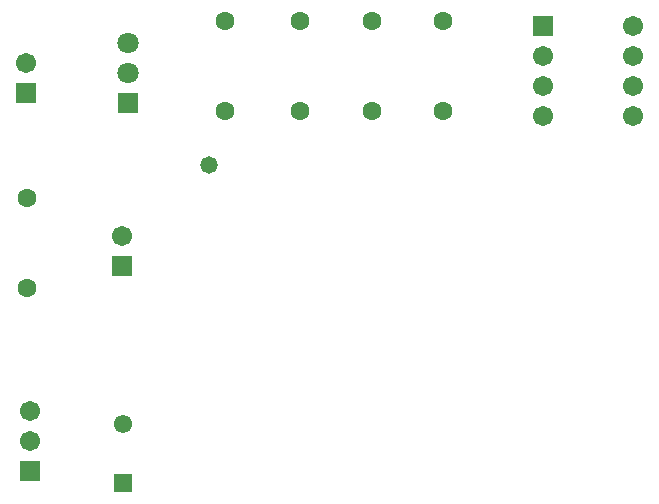
<source format=gbs>
G04 Layer_Color=16711935*
%FSLAX25Y25*%
%MOIN*%
G70*
G01*
G75*
%ADD24C,0.06312*%
%ADD25R,0.07099X0.07099*%
%ADD26C,0.07099*%
%ADD27C,0.06706*%
%ADD28R,0.06706X0.06706*%
%ADD29R,0.06115X0.06115*%
%ADD30C,0.06115*%
%ADD31R,0.06706X0.06706*%
%ADD32C,0.05800*%
D24*
X113500Y175000D02*
D03*
Y205000D02*
D03*
X179500Y234000D02*
D03*
Y264000D02*
D03*
X252000Y234000D02*
D03*
Y264000D02*
D03*
X204500D02*
D03*
Y234000D02*
D03*
X228500Y264000D02*
D03*
Y234000D02*
D03*
D25*
X147000Y236717D02*
D03*
D26*
Y246717D02*
D03*
Y256717D02*
D03*
D27*
X145000Y192500D02*
D03*
X315500Y232500D02*
D03*
Y242500D02*
D03*
Y252500D02*
D03*
Y262500D02*
D03*
X285500Y232500D02*
D03*
Y242500D02*
D03*
Y252500D02*
D03*
X114500Y134000D02*
D03*
Y124000D02*
D03*
X113000Y250000D02*
D03*
D28*
X145000Y182500D02*
D03*
X114500Y114000D02*
D03*
X113000Y240000D02*
D03*
D29*
X145500Y110157D02*
D03*
D30*
Y129843D02*
D03*
D31*
X285500Y262500D02*
D03*
D32*
X174200Y216100D02*
D03*
M02*

</source>
